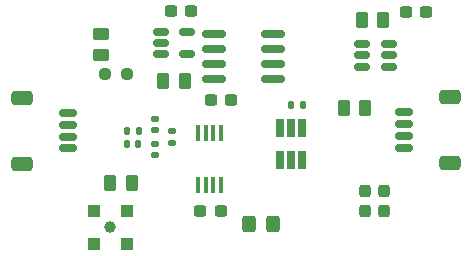
<source format=gbr>
%TF.GenerationSoftware,KiCad,Pcbnew,(6.0.4-0)*%
%TF.CreationDate,2022-11-03T14:14:05-06:00*%
%TF.ProjectId,howland,686f776c-616e-4642-9e6b-696361645f70,rev?*%
%TF.SameCoordinates,Original*%
%TF.FileFunction,Paste,Top*%
%TF.FilePolarity,Positive*%
%FSLAX46Y46*%
G04 Gerber Fmt 4.6, Leading zero omitted, Abs format (unit mm)*
G04 Created by KiCad (PCBNEW (6.0.4-0)) date 2022-11-03 14:14:05*
%MOMM*%
%LPD*%
G01*
G04 APERTURE LIST*
G04 Aperture macros list*
%AMRoundRect*
0 Rectangle with rounded corners*
0 $1 Rounding radius*
0 $2 $3 $4 $5 $6 $7 $8 $9 X,Y pos of 4 corners*
0 Add a 4 corners polygon primitive as box body*
4,1,4,$2,$3,$4,$5,$6,$7,$8,$9,$2,$3,0*
0 Add four circle primitives for the rounded corners*
1,1,$1+$1,$2,$3*
1,1,$1+$1,$4,$5*
1,1,$1+$1,$6,$7*
1,1,$1+$1,$8,$9*
0 Add four rect primitives between the rounded corners*
20,1,$1+$1,$2,$3,$4,$5,0*
20,1,$1+$1,$4,$5,$6,$7,0*
20,1,$1+$1,$6,$7,$8,$9,0*
20,1,$1+$1,$8,$9,$2,$3,0*%
G04 Aperture macros list end*
%ADD10RoundRect,0.147500X0.147500X0.172500X-0.147500X0.172500X-0.147500X-0.172500X0.147500X-0.172500X0*%
%ADD11RoundRect,0.250000X0.325000X0.450000X-0.325000X0.450000X-0.325000X-0.450000X0.325000X-0.450000X0*%
%ADD12RoundRect,0.147500X-0.172500X0.147500X-0.172500X-0.147500X0.172500X-0.147500X0.172500X0.147500X0*%
%ADD13RoundRect,0.147500X-0.147500X-0.172500X0.147500X-0.172500X0.147500X0.172500X-0.147500X0.172500X0*%
%ADD14RoundRect,0.150000X-0.625000X0.150000X-0.625000X-0.150000X0.625000X-0.150000X0.625000X0.150000X0*%
%ADD15RoundRect,0.250000X-0.650000X0.350000X-0.650000X-0.350000X0.650000X-0.350000X0.650000X0.350000X0*%
%ADD16RoundRect,0.237500X0.237500X-0.287500X0.237500X0.287500X-0.237500X0.287500X-0.237500X-0.287500X0*%
%ADD17RoundRect,0.150000X0.625000X-0.150000X0.625000X0.150000X-0.625000X0.150000X-0.625000X-0.150000X0*%
%ADD18RoundRect,0.250000X0.650000X-0.350000X0.650000X0.350000X-0.650000X0.350000X-0.650000X-0.350000X0*%
%ADD19R,0.450000X1.450000*%
%ADD20RoundRect,0.150000X-0.512500X-0.150000X0.512500X-0.150000X0.512500X0.150000X-0.512500X0.150000X0*%
%ADD21C,1.000000*%
%ADD22R,1.000000X1.000000*%
%ADD23R,0.650000X1.560000*%
%ADD24RoundRect,0.237500X0.250000X0.237500X-0.250000X0.237500X-0.250000X-0.237500X0.250000X-0.237500X0*%
%ADD25RoundRect,0.250000X-0.262500X-0.450000X0.262500X-0.450000X0.262500X0.450000X-0.262500X0.450000X0*%
%ADD26RoundRect,0.150000X0.825000X0.150000X-0.825000X0.150000X-0.825000X-0.150000X0.825000X-0.150000X0*%
%ADD27RoundRect,0.237500X-0.300000X-0.237500X0.300000X-0.237500X0.300000X0.237500X-0.300000X0.237500X0*%
%ADD28RoundRect,0.250000X0.262500X0.450000X-0.262500X0.450000X-0.262500X-0.450000X0.262500X-0.450000X0*%
%ADD29RoundRect,0.250000X-0.450000X0.262500X-0.450000X-0.262500X0.450000X-0.262500X0.450000X0.262500X0*%
%ADD30RoundRect,0.237500X0.300000X0.237500X-0.300000X0.237500X-0.300000X-0.237500X0.300000X-0.237500X0*%
%ADD31RoundRect,0.150000X0.512500X0.150000X-0.512500X0.150000X-0.512500X-0.150000X0.512500X-0.150000X0*%
G04 APERTURE END LIST*
D10*
%TO.C,R3*%
X111250000Y-90550000D03*
X110280000Y-90550000D03*
%TD*%
%TO.C,R4*%
X111235000Y-91650000D03*
X110265000Y-91650000D03*
%TD*%
D11*
%TO.C,L1*%
X122660000Y-98450000D03*
X120610000Y-98450000D03*
%TD*%
D12*
%TO.C,C1*%
X112650000Y-89565000D03*
X112650000Y-90535000D03*
%TD*%
%TO.C,C2*%
X112650000Y-91650000D03*
X112650000Y-92620000D03*
%TD*%
%TO.C,C3*%
X114050000Y-90590000D03*
X114050000Y-91560000D03*
%TD*%
D13*
%TO.C,C4*%
X124165000Y-88350000D03*
X125135000Y-88350000D03*
%TD*%
D14*
%TO.C,J1*%
X105250000Y-89050000D03*
X105250000Y-90050000D03*
X105250000Y-91050000D03*
X105250000Y-92050000D03*
D15*
X101375000Y-93350000D03*
X101375000Y-87750000D03*
%TD*%
D16*
%TO.C,R1*%
X132050000Y-97375000D03*
X132050000Y-95625000D03*
%TD*%
%TO.C,R2*%
X130400000Y-97375000D03*
X130400000Y-95625000D03*
%TD*%
D17*
%TO.C,J2*%
X133750000Y-92000000D03*
X133750000Y-91000000D03*
X133750000Y-90000000D03*
X133750000Y-89000000D03*
D18*
X137625000Y-87700000D03*
X137625000Y-93300000D03*
%TD*%
D19*
%TO.C,U2*%
X118225000Y-90750000D03*
X117575000Y-90750000D03*
X116925000Y-90750000D03*
X116275000Y-90750000D03*
X116275000Y-95150000D03*
X116925000Y-95150000D03*
X117575000Y-95150000D03*
X118225000Y-95150000D03*
%TD*%
D20*
%TO.C,U5*%
X113112500Y-82200000D03*
X113112500Y-83150000D03*
X113112500Y-84100000D03*
X115387500Y-84100000D03*
X115387500Y-82200000D03*
%TD*%
D21*
%TO.C,J3*%
X108850000Y-98750000D03*
D22*
X110250000Y-97350000D03*
X107450000Y-100150000D03*
X107450000Y-97350000D03*
X110250000Y-100150000D03*
%TD*%
D23*
%TO.C,U1*%
X123200000Y-93000000D03*
X124150000Y-93000000D03*
X125100000Y-93000000D03*
X125100000Y-90300000D03*
X124150000Y-90300000D03*
X123200000Y-90300000D03*
%TD*%
D24*
%TO.C,R11*%
X110262500Y-85750000D03*
X108437500Y-85750000D03*
%TD*%
D25*
%TO.C,R6*%
X130137500Y-81150000D03*
X131962500Y-81150000D03*
%TD*%
D26*
%TO.C,U4*%
X122625000Y-86155000D03*
X122625000Y-84885000D03*
X122625000Y-83615000D03*
X122625000Y-82345000D03*
X117675000Y-82345000D03*
X117675000Y-83615000D03*
X117675000Y-84885000D03*
X117675000Y-86155000D03*
%TD*%
D27*
%TO.C,C7*%
X117387500Y-87950000D03*
X119112500Y-87950000D03*
%TD*%
D28*
%TO.C,R10*%
X110662500Y-94950000D03*
X108837500Y-94950000D03*
%TD*%
D29*
%TO.C,R9*%
X108050000Y-82337500D03*
X108050000Y-84162500D03*
%TD*%
D28*
%TO.C,R5*%
X130462500Y-88650000D03*
X128637500Y-88650000D03*
%TD*%
%TO.C,R7*%
X115162500Y-86350000D03*
X113337500Y-86350000D03*
%TD*%
D30*
%TO.C,C5*%
X118212500Y-97350000D03*
X116487500Y-97350000D03*
%TD*%
D27*
%TO.C,C8*%
X113987500Y-80450000D03*
X115712500Y-80450000D03*
%TD*%
D31*
%TO.C,U3*%
X132487500Y-85137500D03*
X132487500Y-84187500D03*
X132487500Y-83237500D03*
X130212500Y-83237500D03*
X130212500Y-84187500D03*
X130212500Y-85137500D03*
%TD*%
D30*
%TO.C,C6*%
X135612500Y-80550000D03*
X133887500Y-80550000D03*
%TD*%
M02*

</source>
